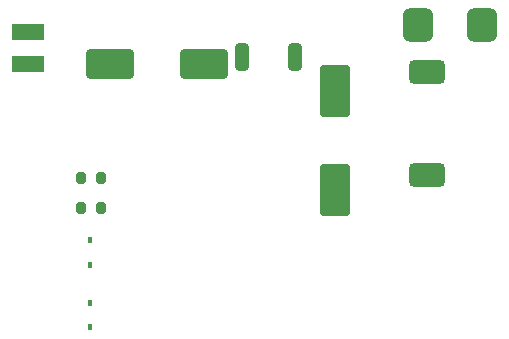
<source format=gtp>
%TF.GenerationSoftware,KiCad,Pcbnew,7.0.1-3b83917a11~172~ubuntu20.04.1*%
%TF.CreationDate,2023-03-21T13:55:29+01:00*%
%TF.ProjectId,220AC-mini-C3-board,32323041-432d-46d6-996e-692d43332d62,rev?*%
%TF.SameCoordinates,Original*%
%TF.FileFunction,Paste,Top*%
%TF.FilePolarity,Positive*%
%FSLAX46Y46*%
G04 Gerber Fmt 4.6, Leading zero omitted, Abs format (unit mm)*
G04 Created by KiCad (PCBNEW 7.0.1-3b83917a11~172~ubuntu20.04.1) date 2023-03-21 13:55:29*
%MOMM*%
%LPD*%
G01*
G04 APERTURE LIST*
G04 Aperture macros list*
%AMRoundRect*
0 Rectangle with rounded corners*
0 $1 Rounding radius*
0 $2 $3 $4 $5 $6 $7 $8 $9 X,Y pos of 4 corners*
0 Add a 4 corners polygon primitive as box body*
4,1,4,$2,$3,$4,$5,$6,$7,$8,$9,$2,$3,0*
0 Add four circle primitives for the rounded corners*
1,1,$1+$1,$2,$3*
1,1,$1+$1,$4,$5*
1,1,$1+$1,$6,$7*
1,1,$1+$1,$8,$9*
0 Add four rect primitives between the rounded corners*
20,1,$1+$1,$2,$3,$4,$5,0*
20,1,$1+$1,$4,$5,$6,$7,0*
20,1,$1+$1,$6,$7,$8,$9,0*
20,1,$1+$1,$8,$9,$2,$3,0*%
G04 Aperture macros list end*
%ADD10RoundRect,0.650875X0.650875X0.796925X-0.650875X0.796925X-0.650875X-0.796925X0.650875X-0.796925X0*%
%ADD11RoundRect,0.200000X0.200000X0.275000X-0.200000X0.275000X-0.200000X-0.275000X0.200000X-0.275000X0*%
%ADD12RoundRect,0.250000X1.000000X-1.950000X1.000000X1.950000X-1.000000X1.950000X-1.000000X-1.950000X0*%
%ADD13R,0.450000X0.600000*%
%ADD14RoundRect,0.279400X-0.279400X-0.876300X0.279400X-0.876300X0.279400X0.876300X-0.279400X0.876300X0*%
%ADD15RoundRect,0.514350X1.047750X-0.514350X1.047750X0.514350X-1.047750X0.514350X-1.047750X-0.514350X0*%
%ADD16R,2.700000X1.400000*%
%ADD17RoundRect,0.250000X-1.750000X-1.000000X1.750000X-1.000000X1.750000X1.000000X-1.750000X1.000000X0*%
G04 APERTURE END LIST*
D10*
%TO.C,R1*%
X154998750Y-78450000D03*
X149601250Y-78450000D03*
%TD*%
D11*
%TO.C,R2*%
X122745000Y-93980000D03*
X121095000Y-93980000D03*
%TD*%
D12*
%TO.C,C11*%
X142560000Y-92460000D03*
X142560000Y-84060000D03*
%TD*%
D13*
%TO.C,D2*%
X121810000Y-98790000D03*
X121810000Y-96690000D03*
%TD*%
D14*
%TO.C,CY1*%
X134702100Y-81150000D03*
X139197900Y-81150000D03*
%TD*%
D11*
%TO.C,R3*%
X122745000Y-91440000D03*
X121095000Y-91440000D03*
%TD*%
D15*
%TO.C,F1*%
X150380000Y-91178800D03*
X150380000Y-82441200D03*
%TD*%
D13*
%TO.C,D1*%
X121810000Y-101950000D03*
X121810000Y-104050000D03*
%TD*%
D16*
%TO.C,L1*%
X116580000Y-79020000D03*
X116580000Y-81720000D03*
%TD*%
D17*
%TO.C,C3*%
X123510000Y-81730000D03*
X131510000Y-81730000D03*
%TD*%
M02*

</source>
